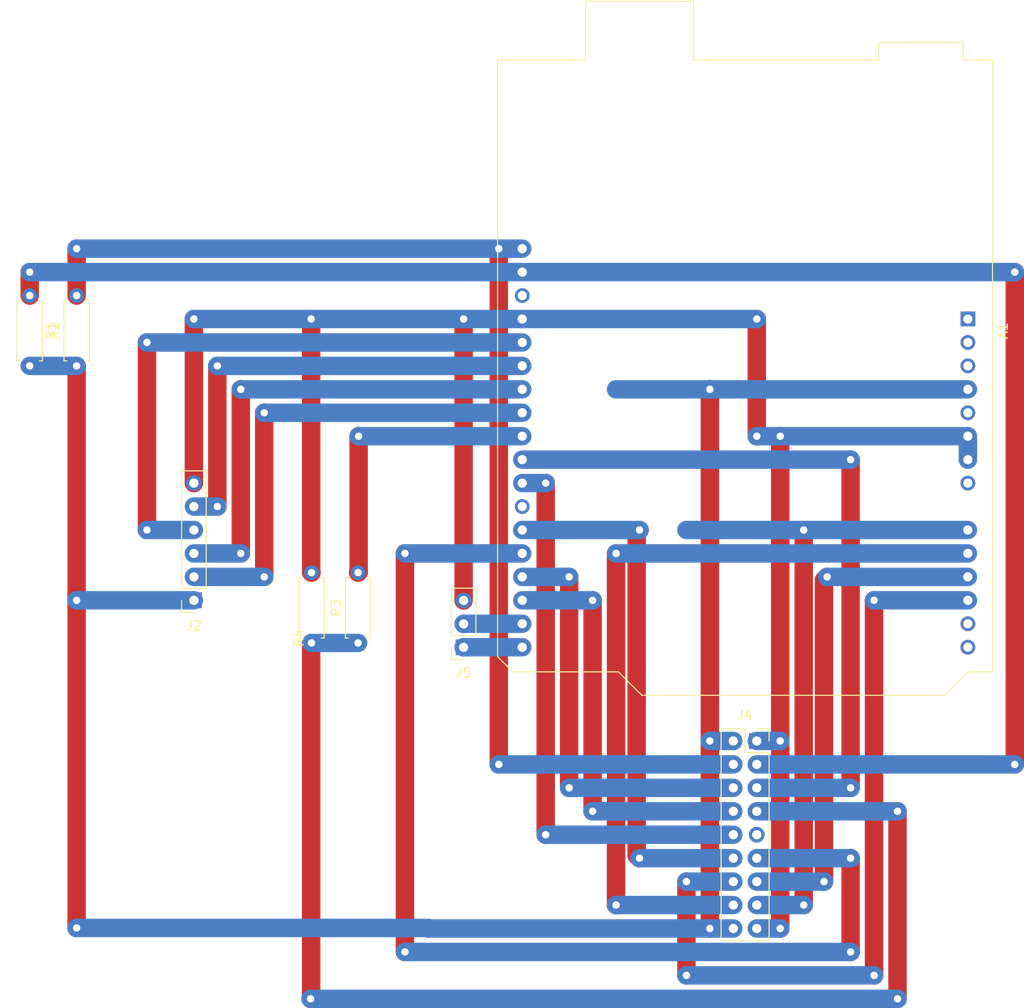
<source format=kicad_pcb>
(kicad_pcb (version 20211014) (generator pcbnew)
  (layers (0 "F.Cu" signal) (31 "B.Cu" signal) (34 "B.Paste" user) (35 "F.Paste" user) (36 "B.SilkS" user "B.Silkscreen") (37 "F.SilkS" user "F.Silkscreen") (38 "B.Mask" user) (39 "F.Mask" user) (44 "Edge.Cuts" user))
  (net 0 "")
  (net 1 "+3V3")
  (net 2 "/D1")
  (net 3 "/D2")
  (net 4 "/RX")
  (net 5 "/TX")
  (net 6 "/D3")
  (net 8 "GND")
  (net 9 "/CS")
  (net 10 "/MOSI")
  (net 11 "/MISO")
  (net 13 "/CLK")
  (net 14 "+5V")
  (net 15 "/N_RST")
  (net 16 "/D0")
  (net 17 "/PCLK")
  (net 18 "/VSYN0")
  (net 19 "/D4")
  (net 20 "/HREF")
  (net 25 "/S_XCLK")
  (net 26 "/SIOD")
  (net 27 "/SIOC")
  (net 28 "/XCLK")
  (net 29 "/D5")
  (net 30 "/D7")
  (net 32 "/D6")
  (footprint "For_Rasterboard:R_Axial_DIN0207_L6.3mm_D2.5mm_P7.62mm_Horizontal" (layer "F.Cu") (at 82.55 121.46 90)
    (fp_text reference "R3" (at 3.81 -2.37 90) (layer "F.SilkS"))
    (fp_text value "4.7K")
    (fp_line (start 0.54 -1.37) (end 7.08 -1.37) (layer "F.SilkS") (width 0.12))
    (fp_line (start 0.54 1.37) (end 7.08 1.37) (layer "F.SilkS") (width 0.12))
    (fp_line (start 0.54 1.04) (end 0.54 1.37) (layer "F.SilkS") (width 0.12))
    (fp_line (start 7.08 1.37) (end 7.08 1.04) (layer "F.SilkS") (width 0.12))
    (fp_line (start 0.54 -1.04) (end 0.54 -1.37) (layer "F.SilkS") (width 0.12))
    (fp_line (start 7.08 -1.37) (end 7.08 -1.04) (layer "F.SilkS") (width 0.12))
    (pad "1" thru_hole circle (at 0 0 90) (size 1.6 1.6) (drill 0.8) (layers *.Cu *.Mask) (net 28 "/XCLK"))
    (pad "2" thru_hole oval (at 7.62 0 90) (size 1.6 1.6) (drill 0.8) (layers *.Cu *.Mask) (net 25 "/S_XCLK"))
  )
  (footprint "Connector_PinSocket_2.54mm:PinSocket_1x06_P2.54mm_Vertical" (layer "F.Cu") (at 64.77 116.84 180)
    (fp_text reference "J2" (at 0 -2.77) (layer "F.SilkS"))
    (fp_text value "1x6 2.54mm male")
    (fp_line (start -1.33 14.03) (end 1.33 14.03) (layer "F.SilkS") (width 0.12))
    (fp_line (start -1.33 1.27) (end 1.33 1.27) (layer "F.SilkS") (width 0.12))
    (fp_line (start 1.33 1.27) (end 1.33 14.03) (layer "F.SilkS") (width 0.12))
    (fp_line (start 1.33 -1.33) (end 1.33 0) (layer "F.SilkS") (width 0.12))
    (fp_line (start -1.33 1.27) (end -1.33 14.03) (layer "F.SilkS") (width 0.12))
    (fp_line (start 0 -1.33) (end 1.33 -1.33) (layer "F.SilkS") (width 0.12))
    (pad "1" thru_hole rect (at 0 0 180) (size 1.7 1.7) (drill 1) (layers *.Cu *.Mask) (net 1 "+3V3"))
    (pad "2" thru_hole oval (at 0 2.54 180) (size 1.7 1.7) (drill 1) (layers *.Cu *.Mask) (net 9 "/CS"))
    (pad "3" thru_hole oval (at 0 5.08 180) (size 1.7 1.7) (drill 1) (layers *.Cu *.Mask) (net 10 "/MOSI"))
    (pad "4" thru_hole oval (at 0 7.62 180) (size 1.7 1.7) (drill 1) (layers *.Cu *.Mask) (net 13 "/CLK"))
    (pad "5" thru_hole oval (at 0 10.16 180) (size 1.7 1.7) (drill 1) (layers *.Cu *.Mask) (net 11 "/MISO"))
    (pad "6" thru_hole oval (at 0 12.7 180) (size 1.7 1.7) (drill 1) (layers *.Cu *.Mask) (net 8 "GND"))
  )
  (footprint "For_Rasterboard:R_Axial_DIN0207_L6.3mm_D2.5mm_P7.62mm_Horizontal" (layer "F.Cu") (at 52.07 91.44 90)
    (fp_text reference "R2" (at 3.81 -2.37 90) (layer "F.SilkS"))
    (fp_text value "10K")
    (fp_line (start 7.08 -1.37) (end 7.08 -1.04) (layer "F.SilkS") (width 0.12))
    (fp_line (start 7.08 1.37) (end 7.08 1.04) (layer "F.SilkS") (width 0.12))
    (fp_line (start 0.54 -1.04) (end 0.54 -1.37) (layer "F.SilkS") (width 0.12))
    (fp_line (start 0.54 1.37) (end 7.08 1.37) (layer "F.SilkS") (width 0.12))
    (fp_line (start 0.54 -1.37) (end 7.08 -1.37) (layer "F.SilkS") (width 0.12))
    (fp_line (start 0.54 1.04) (end 0.54 1.37) (layer "F.SilkS") (width 0.12))
    (pad "1" thru_hole circle (at 0 0 90) (size 1.6 1.6) (drill 0.8) (layers *.Cu *.Mask) (net 1 "+3V3"))
    (pad "2" thru_hole oval (at 7.62 0 90) (size 1.6 1.6) (drill 0.8) (layers *.Cu *.Mask) (net 27 "/SIOC"))
  )
  (footprint "For_Rasterboard:R_Axial_DIN0207_L6.3mm_D2.5mm_P7.62mm_Horizontal" (layer "F.Cu") (at 46.99 83.82 -90)
    (fp_text reference "R1" (at 3.81 -2.37 90) (layer "F.SilkS"))
    (fp_text value "10K")
    (fp_line (start 0.54 1.37) (end 7.08 1.37) (layer "F.SilkS") (width 0.12))
    (fp_line (start 7.08 1.37) (end 7.08 1.04) (layer "F.SilkS") (width 0.12))
    (fp_line (start 0.54 -1.37) (end 7.08 -1.37) (layer "F.SilkS") (width 0.12))
    (fp_line (start 0.54 1.04) (end 0.54 1.37) (layer "F.SilkS") (width 0.12))
    (fp_line (start 7.08 -1.37) (end 7.08 -1.04) (layer "F.SilkS") (width 0.12))
    (fp_line (start 0.54 -1.04) (end 0.54 -1.37) (layer "F.SilkS") (width 0.12))
    (pad "1" thru_hole circle (at 0 0 270) (size 1.6 1.6) (drill 0.8) (layers *.Cu *.Mask) (net 26 "/SIOD"))
    (pad "2" thru_hole oval (at 7.62 0 270) (size 1.6 1.6) (drill 0.8) (layers *.Cu *.Mask) (net 1 "+3V3"))
  )
  (footprint "For_Rasterboard:Arduino_UNO_R3_WithMountingHoles_Snapped_to_P2.54mm" (layer "F.Cu") (at 148.59 86.36 -90)
    (fp_text reference "A1" (at 1.27 -3.81 90) (layer "F.SilkS"))
    (fp_text value "Arduino_UNO_R3")
    (fp_line (start 38.23 37.85) (end 40.77 35.31) (layer "F.SilkS") (width 0.12))
    (fp_line (start -28.07 29.72) (end -34.42 29.72) (layer "F.SilkS") (width 0.12))
    (fp_line (start -28.07 9.65) (end -28.07 29.72) (layer "F.SilkS") (width 0.12))
    (fp_line (start -28.07 -2.67) (end -28.07 0.51) (layer "F.SilkS") (width 0.12))
    (fp_line (start 38.23 49.28) (end 38.23 37.85) (layer "F.SilkS") (width 0.12))
    (fp_line (start -29.97 9.65) (end -28.07 9.65) (layer "F.SilkS") (width 0.12))
    (fp_line (start -28.07 41.4) (end -28.07 50.93) (layer "F.SilkS") (width 0.12))
    (fp_line (start 40.77 2.54) (end 38.23 0) (layer "F.SilkS") (width 0.12))
    (fp_line (start -28.07 0.51) (end -29.97 0.51) (layer "F.SilkS") (width 0.12))
    (fp_line (start 36.58 50.93) (end 38.23 49.28) (layer "F.SilkS") (width 0.12))
    (fp_line (start 38.23 -2.67) (end -28.07 -2.67) (layer "F.SilkS") (width 0.12))
    (fp_line (start 38.23 0) (end 38.23 -2.67) (layer "F.SilkS") (width 0.12))
    (fp_line (start -34.42 41.4) (end -28.07 41.4) (layer "F.SilkS") (width 0.12))
    (fp_line (start -34.42 29.72) (end -34.42 41.4) (layer "F.SilkS") (width 0.12))
    (fp_line (start 40.77 35.31) (end 40.77 2.54) (layer "F.SilkS") (width 0.12))
    (fp_line (start -29.97 0.51) (end -29.97 9.65) (layer "F.SilkS") (width 0.12))
    (fp_line (start -28.07 50.93) (end 36.58 50.93) (layer "F.SilkS") (width 0.12))
    (pad "" np_thru_hole circle (at 38.1 5.08) (size 3.2 3.2) (drill 3.2) (layers *.Cu *.Mask))
    (pad "" np_thru_hole circle (at -13.97 0) (size 3.2 3.2) (drill 3.2) (layers *.Cu *.Mask))
    (pad "" np_thru_hole circle (at 38.1 33.02) (size 3.2 3.2) (drill 3.2) (layers *.Cu *.Mask))
    (pad "" np_thru_hole circle (at -12.7 48.26) (size 3.2 3.2) (drill 3.2) (layers *.Cu *.Mask))
    (pad "1" thru_hole rect (at 0 0) (size 1.6 1.6) (drill 1) (layers *.Cu *.Mask))
    (pad "2" thru_hole oval (at 2.54 0) (size 1.6 1.6) (drill 1) (layers *.Cu *.Mask))
    (pad "3" thru_hole oval (at 5.08 0) (size 1.6 1.6) (drill 1) (layers *.Cu *.Mask) (net 15 "/N_RST"))
    (pad "4" thru_hole oval (at 7.62 0) (size 1.6 1.6) (drill 1) (layers *.Cu *.Mask) (net 1 "+3V3"))
    (pad "5" thru_hole oval (at 10.16 0) (size 1.6 1.6) (drill 1) (layers *.Cu *.Mask) (net 14 "+5V"))
    (pad "6" thru_hole oval (at 12.7 0) (size 1.6 1.6) (drill 1) (layers *.Cu *.Mask) (net 8 "GND"))
    (pad "7" thru_hole oval (at 15.24 0) (size 1.6 1.6) (drill 1) (layers *.Cu *.Mask) (net 8 "GND"))
    (pad "8" thru_hole oval (at 17.78 0) (size 1.6 1.6) (drill 1) (layers *.Cu *.Mask))
    (pad "9" thru_hole oval (at 22.86 0) (size 1.6 1.6) (drill 1) (layers *.Cu *.Mask) (net 16 "/D0"))
    (pad "10" thru_hole oval (at 25.4 0) (size 1.6 1.6) (drill 1) (layers *.Cu *.Mask) (net 2 "/D1"))
    (pad "11" thru_hole oval (at 27.94 0) (size 1.6 1.6) (drill 1) (layers *.Cu *.Mask) (net 3 "/D2"))
    (pad "12" thru_hole oval (at 30.48 0) (size 1.6 1.6) (drill 1) (layers *.Cu *.Mask) (net 6 "/D3"))
    (pad "13" thru_hole oval (at 33.02 0) (size 1.6 1.6) (drill 1) (layers *.Cu *.Mask))
    (pad "14" thru_hole oval (at 35.56 0) (size 1.6 1.6) (drill 1) (layers *.Cu *.Mask))
    (pad "15" thru_hole oval (at 35.56 48.26) (size 1.6 1.6) (drill 1) (layers *.Cu *.Mask) (net 4 "/RX"))
    (pad "16" thru_hole oval (at 33.02 48.26) (size 1.6 1.6) (drill 1) (layers *.Cu *.Mask) (net 5 "/TX"))
    (pad "17" thru_hole oval (at 30.48 48.26) (size 1.6 1.6) (drill 1) (layers *.Cu *.Mask) (net 17 "/PCLK"))
    (pad "18" thru_hole oval (at 27.94 48.26) (size 1.6 1.6) (drill 1) (layers *.Cu *.Mask) (net 18 "/VSYN0"))
    (pad "19" thru_hole oval (at 25.4 48.26) (size 1.6 1.6) (drill 1) (layers *.Cu *.Mask) (net 19 "/D4"))
    (pad "20" thru_hole oval (at 22.86 48.26) (size 1.6 1.6) (drill 1) (layers *.Cu *.Mask) (net 29 "/D5"))
    (pad "21" thru_hole oval (at 20.32 48.26) (size 1.6 1.6) (drill 1) (layers *.Cu *.Mask) (net 32 "/D6"))
    (pad "22" thru_hole oval (at 17.78 48.26) (size 1.6 1.6) (drill 1) (layers *.Cu *.Mask) (net 30 "/D7"))
    (pad "23" thru_hole oval (at 15.24 48.26) (size 1.6 1.6) (drill 1) (layers *.Cu *.Mask) (net 20 "/HREF"))
    (pad "24" thru_hole oval (at 12.7 48.26) (size 1.6 1.6) (drill 1) (layers *.Cu *.Mask) (net 25 "/S_XCLK"))
    (pad "25" thru_hole oval (at 10.16 48.26) (size 1.6 1.6) (drill 1) (layers *.Cu *.Mask) (net 9 "/CS"))
    (pad "26" thru_hole oval (at 7.62 48.26) (size 1.6 1.6) (drill 1) (layers *.Cu *.Mask) (net 10 "/MOSI"))
    (pad "27" thru_hole oval (at 5.08 48.26) (size 1.6 1.6) (drill 1) (layers *.Cu *.Mask) (net 11 "/MISO"))
    (pad "28" thru_hole oval (at 2.54 48.26) (size 1.6 1.6) (drill 1) (layers *.Cu *.Mask) (net 13 "/CLK"))
    (pad "29" thru_hole oval (at 0 48.26) (size 1.6 1.6) (drill 1) (layers *.Cu *.Mask) (net 8 "GND"))
    (pad "30" thru_hole oval (at -2.54 48.26) (size 1.6 1.6) (drill 1) (layers *.Cu *.Mask))
    (pad "31" thru_hole oval (at -5.08 48.26) (size 1.6 1.6) (drill 1) (layers *.Cu *.Mask) (net 26 "/SIOD"))
    (pad "32" thru_hole oval (at -7.62 48.26) (size 1.6 1.6) (drill 1) (layers *.Cu *.Mask) (net 27 "/SIOC"))
  )
  (footprint "Connector_PinSocket_2.54mm:PinSocket_1x03_P2.54mm_Vertical" (layer "F.Cu") (at 93.98 121.9375 180)
    (fp_text reference "J5" (at 0 -2.77) (layer "F.SilkS"))
    (fp_text value "1x3 2.54mm male")
    (fp_line (start 1.33 -1.33) (end 1.33 0) (layer "F.SilkS") (width 0.12))
    (fp_line (start -1.33 1.27) (end -1.33 6.41) (layer "F.SilkS") (width 0.12))
    (fp_line (start -1.33 1.27) (end 1.33 1.27) (layer "F.SilkS") (width 0.12))
    (fp_line (start 0 -1.33) (end 1.33 -1.33) (layer "F.SilkS") (width 0.12))
    (fp_line (start 1.33 1.27) (end 1.33 6.41) (layer "F.SilkS") (width 0.12))
    (fp_line (start -1.33 6.41) (end 1.33 6.41) (layer "F.SilkS") (width 0.12))
    (pad "1" thru_hole rect (at 0 0 180) (size 1.7 1.7) (drill 1) (layers *.Cu *.Mask) (net 4 "/RX"))
    (pad "2" thru_hole oval (at 0 2.54 180) (size 1.7 1.7) (drill 1) (layers *.Cu *.Mask) (net 5 "/TX"))
    (pad "3" thru_hole oval (at 0 5.08 180) (size 1.7 1.7) (drill 1) (layers *.Cu *.Mask) (net 8 "GND"))
  )
  (footprint "Connector_PinSocket_2.54mm:PinSocket_2x09_P2.54mm_Vertical" (layer "F.Cu") (at 125.73 132.08)
    (fp_text reference "J4" (at -1.27 -2.77) (layer "F.SilkS"))
    (fp_text value "2x9 2.54mm 90deg female")
    (fp_line (start -1.27 1.27) (end 1.33 1.27) (layer "F.SilkS") (width 0.12))
    (fp_line (start 1.33 1.27) (end 1.33 21.65) (layer "F.SilkS") (width 0.12))
    (fp_line (start -3.87 -1.33) (end -3.87 21.65) (layer "F.SilkS") (width 0.12))
    (fp_line (start -1.27 -1.33) (end -1.27 1.27) (layer "F.SilkS") (width 0.12))
    (fp_line (start -3.87 21.65) (end 1.33 21.65) (layer "F.SilkS") (width 0.12))
    (fp_line (start 1.33 -1.33) (end 1.33 0) (layer "F.SilkS") (width 0.12))
    (fp_line (start -3.87 -1.33) (end -1.27 -1.33) (layer "F.SilkS") (width 0.12))
    (fp_line (start 0 -1.33) (end 1.33 -1.33) (layer "F.SilkS") (width 0.12))
    (pad "1" thru_hole rect (at 0 0) (size 1.7 1.7) (drill 1) (layers *.Cu *.Mask) (net 8 "GND"))
    (pad "2" thru_hole oval (at -2.54 0) (size 1.7 1.7) (drill 1) (layers *.Cu *.Mask) (net 1 "+3V3"))
    (pad "3" thru_hole oval (at 0 2.54) (size 1.7 1.7) (drill 1) (layers *.Cu *.Mask) (net 26 "/SIOD"))
    (pad "4" thru_hole oval (at -2.54 2.54) (size 1.7 1.7) (drill 1) (layers *.Cu *.Mask) (net 27 "/SIOC"))
    (pad "5" thru_hole oval (at 0 5.08) (size 1.7 1.7) (drill 1) (layers *.Cu *.Mask) (net 20 "/HREF"))
    (pad "6" thru_hole oval (at -2.54 5.08) (size 1.7 1.7) (drill 1) (layers *.Cu *.Mask) (net 18 "/VSYN0"))
    (pad "7" thru_hole oval (at 0 7.62) (size 1.7 1.7) (drill 1) (layers *.Cu *.Mask) (net 28 "/XCLK"))
    (pad "8" thru_hole oval (at -2.54 7.62) (size 1.7 1.7) (drill 1) (layers *.Cu *.Mask) (net 17 "/PCLK"))
    (pad "9" thru_hole oval (at 0 10.16) (size 1.7 1.7) (drill 1) (layers *.Cu *.Mask))
    (pad "10" thru_hole oval (at -2.54 10.16) (size 1.7 1.7) (drill 1) (layers *.Cu *.Mask) (net 30 "/D7"))
    (pad "11" thru_hole oval (at 0 12.7) (size 1.7 1.7) (drill 1) (layers *.Cu *.Mask) (net 19 "/D4"))
    (pad "12" thru_hole oval (at -2.54 12.7) (size 1.7 1.7) (drill 1) (layers *.Cu *.Mask) (net 29 "/D5"))
    (pad "13" thru_hole oval (at 0 15.24) (size 1.7 1.7) (drill 1) (layers *.Cu *.Mask) (net 3 "/D2"))
    (pad "14" thru_hole oval (at -2.54 15.24) (size 1.7 1.7) (drill 1) (layers *.Cu *.Mask) (net 6 "/D3"))
    (pad "15" thru_hole oval (at 0 17.78) (size 1.7 1.7) (drill 1) (layers *.Cu *.Mask) (net 16 "/D0"))
    (pad "16" thru_hole oval (at -2.54 17.78) (size 1.7 1.7) (drill 1) (layers *.Cu *.Mask) (net 2 "/D1"))
    (pad "17" thru_hole oval (at 0 20.32) (size 1.7 1.7) (drill 1) (layers *.Cu *.Mask) (net 8 "GND"))
    (pad "18" thru_hole oval (at -2.54 20.32) (size 1.7 1.7) (drill 1) (layers *.Cu *.Mask) (net 1 "+3V3"))
  )
  (footprint "For_Rasterboard:R_Axial_DIN0207_L6.3mm_D2.5mm_P7.62mm_Horizontal" (layer "F.Cu") (at 77.51 121.46 90)
    (fp_text reference "R4" (at 0.54 -1.37 90) (layer "F.SilkS"))
    (fp_text value "4.7K")
    (fp_line (start 7.08 -1.37) (end 7.08 -1.04) (layer "F.SilkS") (width 0.12))
    (fp_line (start 0.54 1.37) (end 7.08 1.37) (layer "F.SilkS") (width 0.12))
    (fp_line (start 7.08 1.37) (end 7.08 1.04) (layer "F.SilkS") (width 0.12))
    (fp_line (start 0.54 1.04) (end 0.54 1.37) (layer "F.SilkS") (width 0.12))
    (fp_line (start 0.54 -1.04) (end 0.54 -1.37) (layer "F.SilkS") (width 0.12))
    (fp_line (start 0.54 -1.37) (end 7.08 -1.37) (layer "F.SilkS") (width 0.12))
    (pad "1" thru_hole circle (at 0 0 90) (size 1.6 1.6) (drill 0.8) (layers *.Cu *.Mask) (net 28 "/XCLK"))
    (pad "2" thru_hole oval (at 7.62 0 90) (size 1.6 1.6) (drill 0.8) (layers *.Cu *.Mask) (net 8 "GND"))
  )
  (segment (start 52.07 116.84) (end 52.07 152.34) (width 2) (layer "F.Cu") (net 1))
  (segment (start 52.07 91.44) (end 52.07 116.84) (width 2) (layer "F.Cu") (net 1))
  (segment (start 120.65 93.98) (end 120.65 132.08) (width 2) (layer "F.Cu") (net 1))
  (segment (start 120.65 152.4) (end 120.65 132.08) (width 2) (layer "F.Cu") (net 1))
  (via (at 120.65 93.98) (size 2) (drill 0.8) (layers "F.Cu" "B.Cu") (net 1))
  (via (at 120.65 132.08) (size 2) (drill 0.8) (layers "F.Cu" "B.Cu") (net 1))
  (via (at 52.07 152.34) (size 2) (drill 0.8) (layers "F.Cu" "B.Cu") (net 1))
  (via (at 52.07 116.84) (size 2) (drill 0.8) (layers "F.Cu" "B.Cu") (net 1))
  (via (at 120.65 152.4) (size 2) (drill 0.8) (layers "F.Cu" "B.Cu") (net 1))
  (segment (start 123.19 152.4) (end 120.65 152.4) (width 2) (layer "B.Cu") (net 1))
  (segment (start 46.99 91.44) (end 52.07 91.44) (width 2) (layer "B.Cu") (net 1))
  (segment (start 52.07 116.84) (end 64.77 116.84) (width 2) (layer "B.Cu") (net 1))
  (segment (start 120.65 132.08) (end 123.19 132.08) (width 2) (layer "B.Cu") (net 1))
  (segment (start 120.65 93.98) (end 148.59 93.98) (width 2) (layer "B.Cu") (net 1))
  (segment (start 110.49 93.98) (end 120.65 93.98) (width 2) (layer "B.Cu") (net 1))
  (segment (start 52.07 152.34) (end 90.11 152.34) (width 2) (layer "B.Cu") (net 1))
  (segment (start 90.17 152.4) (end 120.65 152.4) (width 2) (layer "B.Cu") (net 1))
  (segment (start 90.11 152.34) (end 90.17 152.4) (width 2) (layer "B.Cu") (net 1))
  (segment (start 110.49 149.86) (end 110.49 111.76) (width 2) (layer "F.Cu") (net 2))
  (via (at 110.49 111.76) (size 2) (drill 0.8) (layers "F.Cu" "B.Cu") (net 2))
  (via (at 110.49 149.86) (size 2) (drill 0.8) (layers "F.Cu" "B.Cu") (net 2))
  (segment (start 110.49 111.76) (end 148.59 111.76) (width 2) (layer "B.Cu") (net 2))
  (segment (start 123.19 149.86) (end 110.49 149.86) (width 2) (layer "B.Cu") (net 2))
  (segment (start 133.01 114.64) (end 133.01 147.32) (width 2) (layer "F.Cu") (net 3))
  (segment (start 133.35 114.3) (end 133.01 114.64) (width 2) (layer "F.Cu") (net 3))
  (via (at 133.35 114.3) (size 2) (drill 0.8) (layers "F.Cu" "B.Cu") (net 3))
  (via (at 133.01 147.32) (size 2) (drill 0.8) (layers "F.Cu" "B.Cu") (net 3))
  (segment (start 125.73 147.32) (end 133.01 147.32) (width 2) (layer "B.Cu") (net 3))
  (segment (start 148.59 114.3) (end 133.35 114.3) (width 2) (layer "B.Cu") (net 3))
  (segment (start 93.9975 121.92) (end 93.98 121.9375) (width 2) (layer "B.Cu") (net 4))
  (segment (start 100.33 121.92) (end 93.9975 121.92) (width 2) (layer "B.Cu") (net 4))
  (segment (start 93.9975 119.38) (end 93.98 119.3975) (width 2) (layer "B.Cu") (net 5))
  (segment (start 100.33 119.38) (end 93.9975 119.38) (width 2) (layer "B.Cu") (net 5))
  (segment (start 118.11 157.48) (end 118.11 147.32) (width 2) (layer "F.Cu") (net 6))
  (segment (start 138.43 116.84) (end 138.43 157.48) (width 2) (layer "F.Cu") (net 6))
  (via (at 118.11 157.48) (size 2) (drill 0.8) (layers "F.Cu" "B.Cu") (net 6))
  (via (at 138.43 116.84) (size 2) (drill 0.8) (layers "F.Cu" "B.Cu") (net 6))
  (via (at 118.11 147.32) (size 2) (drill 0.8) (layers "F.Cu" "B.Cu") (net 6))
  (via (at 138.43 157.48) (size 2) (drill 0.8) (layers "F.Cu" "B.Cu") (net 6))
  (segment (start 148.59 116.84) (end 138.43 116.84) (width 2) (layer "B.Cu") (net 6))
  (segment (start 138.43 157.48) (end 118.11 157.48) (width 2) (layer "B.Cu") (net 6))
  (segment (start 118.11 147.32) (end 123.19 147.32) (width 2) (layer "B.Cu") (net 6))
  (segment (start 93.98 86.36) (end 93.98 116.8575) (width 2) (layer "F.Cu") (net 8))
  (segment (start 77.47 86.36) (end 77.47 113.8) (width 2) (layer "F.Cu") (net 8))
  (segment (start 125.73 86.36) (end 125.73 99.06) (width 2) (layer "F.Cu") (net 8))
  (segment (start 77.47 113.8) (end 77.51 113.84) (width 2) (layer "F.Cu") (net 8))
  (segment (start 128.27 132.08) (end 128.27 99.06) (width 2) (layer "F.Cu") (net 8))
  (segment (start 128.27 152.4) (end 128.27 132.08) (width 2) (layer "F.Cu") (net 8))
  (segment (start 64.77 86.36) (end 64.77 104.14) (width 2) (layer "F.Cu") (net 8))
  (via (at 128.27 99.06) (size 2) (drill 0.8) (layers "F.Cu" "B.Cu") (net 8))
  (via (at 128.27 132.08) (size 2) (drill 0.8) (layers "F.Cu" "B.Cu") (net 8))
  (via (at 93.98 86.36) (size 2) (drill 0.8) (layers "F.Cu" "B.Cu") (net 8))
  (via (at 125.73 99.06) (size 2) (drill 0.8) (layers "F.Cu" "B.Cu") (net 8))
  (via (at 77.47 86.36) (size 2) (drill 0.8) (layers "F.Cu" "B.Cu") (net 8))
  (via (at 64.77 86.36) (size 2) (drill 0.8) (layers "F.Cu" "B.Cu") (net 8))
  (via (at 128.27 152.4) (size 2) (drill 0.8) (layers "F.Cu" "B.Cu") (net 8))
  (via (at 125.73 86.36) (size 2) (drill 0.8) (layers "F.Cu" "B.Cu") (net 8))
  (segment (start 125.73 132.08) (end 128.27 132.08) (width 2) (layer "B.Cu") (net 8))
  (segment (start 148.59 101.6) (end 148.59 99.06) (width 2) (layer "B.Cu") (net 8))
  (segment (start 125.73 152.4) (end 128.27 152.4) (width 2) (layer "B.Cu") (net 8))
  (segment (start 77.47 86.36) (end 93.98 86.36) (width 2) (layer "B.Cu") (net 8))
  (segment (start 100.33 86.36) (end 125.73 86.36) (width 2) (layer "B.Cu") (net 8))
  (segment (start 77.47 86.36) (end 64.77 86.36) (width 2) (layer "B.Cu") (net 8))
  (segment (start 93.98 86.36) (end 100.33 86.36) (width 2) (layer "B.Cu") (net 8))
  (segment (start 148.59 99.06) (end 125.73 99.06) (width 2) (layer "B.Cu") (net 8))
  (segment (start 72.39 96.52) (end 72.39 114.3) (width 2) (layer "F.Cu") (net 9))
  (via (at 72.39 114.3) (size 2) (drill 0.8) (layers "F.Cu" "B.Cu") (net 9))
  (via (at 72.39 96.52) (size 2) (drill 0.8) (layers "F.Cu" "B.Cu") (net 9))
  (segment (start 100.33 96.52) (end 72.39 96.52) (width 2) (layer "B.Cu") (net 9))
  (segment (start 72.39 114.3) (end 64.77 114.3) (width 2) (layer "B.Cu") (net 9))
  (segment (start 69.85 93.98) (end 69.85 111.76) (width 2) (layer "F.Cu") (net 10))
  (via (at 69.85 111.76) (size 2) (drill 0.8) (layers "F.Cu" "B.Cu") (net 10))
  (via (at 69.85 93.98) (size 2) (drill 0.8) (layers "F.Cu" "B.Cu") (net 10))
  (segment (start 100.33 93.98) (end 69.85 93.98) (width 2) (layer "B.Cu") (net 10))
  (segment (start 69.85 111.76) (end 64.77 111.76) (width 2) (layer "B.Cu") (net 10))
  (segment (start 67.31 91.44) (end 67.31 106.68) (width 2) (layer "F.Cu") (net 11))
  (via (at 67.31 91.44) (size 2) (drill 0.8) (layers "F.Cu" "B.Cu") (net 11))
  (via (at 67.31 106.68) (size 2) (drill 0.8) (layers "F.Cu" "B.Cu") (net 11))
  (segment (start 67.31 106.68) (end 64.77 106.68) (width 2) (layer "B.Cu") (net 11))
  (segment (start 100.33 91.44) (end 67.31 91.44) (width 2) (layer "B.Cu") (net 11))
  (segment (start 59.69 88.9) (end 59.69 109.22) (width 2) (layer "F.Cu") (net 13))
  (via (at 59.69 88.9) (size 2) (drill 0.8) (layers "F.Cu" "B.Cu") (net 13))
  (via (at 59.69 109.22) (size 2) (drill 0.8) (layers "F.Cu" "B.Cu") (net 13))
  (segment (start 59.69 109.22) (end 64.77 109.22) (width 2) (layer "B.Cu") (net 13))
  (segment (start 59.69 88.9) (end 100.33 88.9) (width 2) (layer "B.Cu") (net 13))
  (segment (start 130.81 149.86) (end 130.81 109.22) (width 2) (layer "F.Cu") (net 16))
  (via (at 130.81 149.86) (size 2) (drill 0.8) (layers "F.Cu" "B.Cu") (net 16))
  (via (at 130.81 109.22) (size 2) (drill 0.8) (layers "F.Cu" "B.Cu") (net 16))
  (segment (start 118.11 109.22) (end 130.81 109.22) (width 2) (layer "B.Cu") (net 16))
  (segment (start 125.73 149.86) (end 130.81 149.86) (width 2) (layer "B.Cu") (net 16))
  (segment (start 130.81 109.22) (end 148.59 109.22) (width 2) (layer "B.Cu") (net 16))
  (segment (start 107.95 139.7) (end 107.95 116.84) (width 2) (layer "F.Cu") (net 17))
  (via (at 107.95 116.84) (size 2) (drill 0.8) (layers "F.Cu" "B.Cu") (net 17))
  (via (at 107.95 139.7) (size 2) (drill 0.8) (layers "F.Cu" "B.Cu") (net 17))
  (segment (start 123.19 139.7) (end 107.95 139.7) (width 2) (layer "B.Cu") (net 17))
  (segment (start 100.33 116.84) (end 107.95 116.84) (width 2) (layer "B.Cu") (net 17))
  (segment (start 105.41 114.3) (end 105.41 137.16) (width 2) (layer "F.Cu") (net 18))
  (via (at 105.41 114.3) (size 2) (drill 0.8) (layers "F.Cu" "B.Cu") (net 18))
  (via (at 105.41 137.16) (size 2) (drill 0.8) (layers "F.Cu" "B.Cu") (net 18))
  (segment (start 105.41 137.16) (end 123.19 137.16) (width 2) (layer "B.Cu") (net 18))
  (segment (start 100.33 114.3) (end 105.41 114.3) (width 2) (layer "B.Cu") (net 18))
  (segment (start 87.63 154.94) (end 87.63 111.76) (width 2) (layer "F.Cu") (net 19))
  (segment (start 135.89 144.78) (end 135.89 154.94) (width 2) (layer "F.Cu") (net 19))
  (via (at 135.89 144.78) (size 2) (drill 0.8) (layers "F.Cu" "B.Cu") (net 19))
  (via (at 135.89 154.94) (size 2) (drill 0.8) (layers "F.Cu" "B.Cu") (net 19))
  (via (at 87.63 154.94) (size 2) (drill 0.8) (layers "F.Cu" "B.Cu") (net 19))
  (via (at 87.63 111.76) (size 2) (drill 0.8) (layers "F.Cu" "B.Cu") (net 19))
  (segment (start 135.89 154.94) (end 87.63 154.94) (width 2) (layer "B.Cu") (net 19))
  (segment (start 125.73 144.78) (end 135.89 144.78) (width 2) (layer "B.Cu") (net 19))
  (segment (start 100.33 111.76) (end 87.63 111.76) (width 2) (layer "B.Cu") (net 19))
  (segment (start 135.89 137.16) (end 135.89 101.6) (width 2) (layer "F.Cu") (net 20))
  (via (at 135.89 137.16) (size 2) (drill 0.8) (layers "F.Cu" "B.Cu") (net 20))
  (via (at 135.89 101.6) (size 2) (drill 0.8) (layers "F.Cu" "B.Cu") (net 20))
  (segment (start 135.89 101.6) (end 100.33 101.6) (width 2) (layer "B.Cu") (net 20))
  (segment (start 125.73 137.16) (end 135.89 137.16) (width 2) (layer "B.Cu") (net 20))
  (segment (start 82.61 113.78) (end 82.55 113.84) (width 2) (layer "F.Cu") (net 25))
  (segment (start 82.61 99.06) (end 82.61 113.78) (width 2) (layer "F.Cu") (net 25))
  (via (at 82.61 99.06) (size 2) (drill 0.8) (layers "F.Cu" "B.Cu") (net 25))
  (segment (start 82.61 99.06) (end 100.33 99.06) (width 2) (layer "B.Cu") (net 25))
  (segment (start 46.99 81.28) (end 46.99 83.82) (width 2) (layer "F.Cu") (net 26))
  (segment (start 153.67 134.62) (end 153.67 81.28) (width 2) (layer "F.Cu") (net 26))
  (via (at 46.99 81.28) (size 2) (drill 0.8) (layers "F.Cu" "B.Cu") (net 26))
  (via (at 153.67 134.62) (size 2) (drill 0.8) (layers "F.Cu" "B.Cu") (net 26))
  (via (at 153.67 81.28) (size 2) (drill 0.8) (layers "F.Cu" "B.Cu") (net 26))
  (segment (start 100.33 81.28) (end 153.67 81.28) (width 2) (layer "B.Cu") (net 26))
  (segment (start 100.33 81.28) (end 46.99 81.28) (width 2) (layer "B.Cu") (net 26))
  (segment (start 125.73 134.62) (end 153.67 134.62) (width 2) (layer "B.Cu") (net 26))
  (segment (start 52.07 78.74) (end 52.07 83.82) (width 2) (layer "F.Cu") (net 27))
  (segment (start 97.79 134.62) (end 97.79 78.74) (width 2) (layer "F.Cu") (net 27))
  (via (at 52.07 78.74) (size 2) (drill 0.8) (layers "F.Cu" "B.Cu") (net 27))
  (via (at 97.79 134.62) (size 2) (drill 0.8) (layers "F.Cu" "B.Cu") (net 27))
  (via (at 97.79 78.74) (size 2) (drill 0.8) (layers "F.Cu" "B.Cu") (net 27))
  (segment (start 97.79 78.74) (end 52.07 78.74) (width 2) (layer "B.Cu") (net 27))
  (segment (start 97.79 78.74) (end 100.33 78.74) (width 2) (layer "B.Cu") (net 27))
  (segment (start 123.19 134.62) (end 97.79 134.62) (width 2) (layer "B.Cu") (net 27))
  (segment (start 77.47 159.96) (end 77.47 121.5) (width 2) (layer "F.Cu") (net 28))
  (segment (start 77.47 121.5) (end 77.51 121.46) (width 2) (layer "F.Cu") (net 28))
  (segment (start 77.41 160.02) (end 77.47 159.96) (width 2) (layer "F.Cu") (net 28))
  (segment (start 140.97 139.7) (end 140.97 160.02) (width 2) (layer "F.Cu") (net 28))
  (via (at 77.41 160.02) (size 2) (drill 0.8) (layers "F.Cu" "B.Cu") (net 28))
  (via (at 140.97 160.02) (size 2) (drill 0.8) (layers "F.Cu" "B.Cu") (net 28))
  (via (at 140.97 139.7) (size 2) (drill 0.8) (layers "F.Cu" "B.Cu") (net 28))
  (segment (start 77.41 160.02) (end 140.97 160.02) (width 2) (layer "B.Cu") (net 28))
  (segment (start 125.73 139.7) (end 140.97 139.7) (width 2) (layer "B.Cu") (net 28))
  (segment (start 77.51 121.46) (end 82.55 121.46) (width 2) (layer "B.Cu") (net 28))
  (segment (start 112.719999 144.469999) (end 112.719999 109.530001) (width 2) (layer "F.Cu") (net 29))
  (segment (start 113.03 144.78) (end 112.719999 144.469999) (width 2) (layer "F.Cu") (net 29))
  (segment (start 112.719999 109.530001) (end 113.03 109.22) (width 2) (layer "F.Cu") (net 29))
  (via (at 113.03 144.78) (size 2) (drill 0.8) (layers "F.Cu" "B.Cu") (net 29))
  (via (at 113.03 109.22) (size 2) (drill 0.8) (layers "F.Cu" "B.Cu") (net 29))
  (segment (start 113.03 109.22) (end 100.33 109.22) (width 2) (layer "B.Cu") (net 29))
  (segment (start 123.19 144.78) (end 113.03 144.78) (width 2) (layer "B.Cu") (net 29))
  (segment (start 102.87 142.24) (end 102.87 104.14) (width 2) (layer "F.Cu") (net 30))
  (via (at 102.87 142.24) (size 2) (drill 0.8) (layers "F.Cu" "B.Cu") (net 30))
  (via (at 102.87 104.14) (size 2) (drill 0.8) (layers "F.Cu" "B.Cu") (net 30))
  (segment (start 102.87 104.14) (end 100.33 104.14) (width 2) (layer "B.Cu") (net 30))
  (segment (start 123.19 142.24) (end 102.87 142.24) (width 2) (layer "B.Cu") (net 30))
)
</source>
